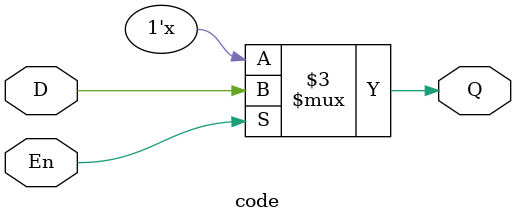
<source format=v>
`timescale 1ns / 1ps


module code(D , En , Q);
    input D , En;
    output reg Q;
    always @(D)
    begin
        if(En)
            Q = D;
    end
endmodule
</source>
